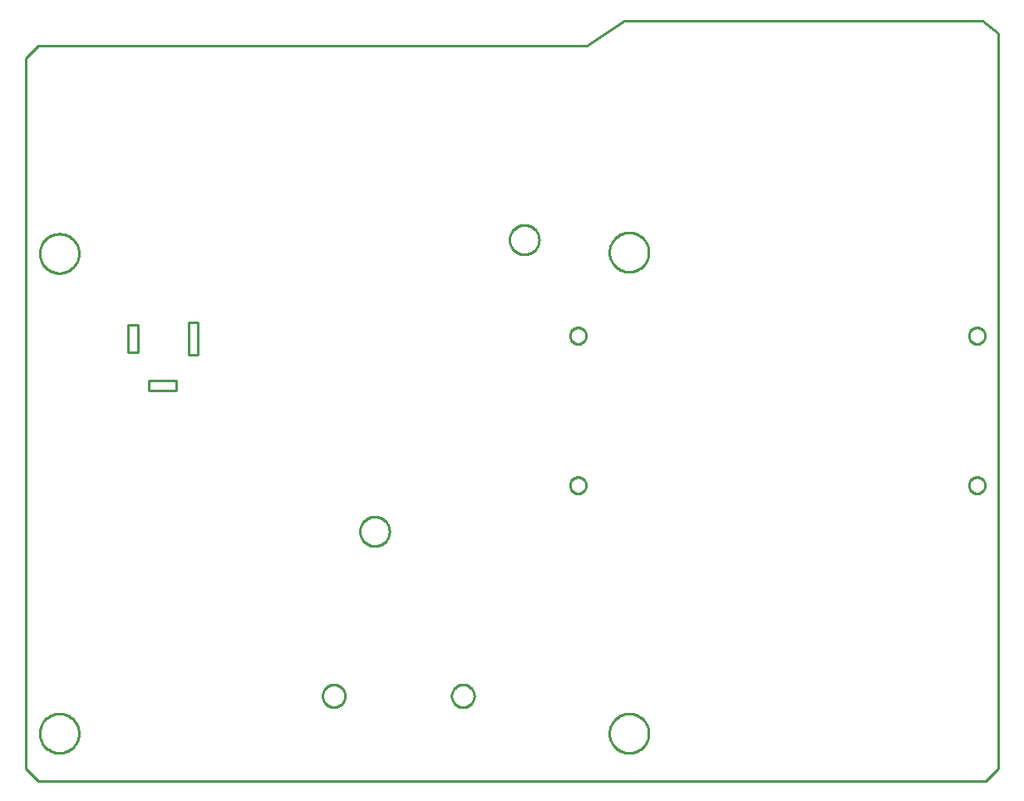
<source format=gbr>
G04 EAGLE Gerber X2 export*
%TF.Part,Single*%
%TF.FileFunction,Profile,NP*%
%TF.FilePolarity,Positive*%
%TF.GenerationSoftware,Autodesk,EAGLE,8.7.0*%
%TF.CreationDate,2018-11-07T22:53:50Z*%
G75*
%MOMM*%
%FSLAX34Y34*%
%LPD*%
%AMOC8*
5,1,8,0,0,1.08239X$1,22.5*%
G01*
%ADD10C,0.254000*%


D10*
X0Y12700D02*
X12700Y0D01*
X977900Y0D01*
X990600Y12700D01*
X990600Y520700D01*
X990700Y761900D01*
X974600Y774600D01*
X961390Y774700D01*
X609700Y774600D01*
X571400Y749200D01*
X12700Y749300D01*
X0Y736600D01*
X0Y12700D01*
X104700Y436850D02*
X114700Y436850D01*
X114700Y464850D01*
X104700Y464850D01*
X104700Y436850D01*
X165700Y434350D02*
X175700Y434350D01*
X175700Y467350D01*
X165700Y467350D01*
X165700Y434350D01*
X125700Y397850D02*
X153700Y397850D01*
X153700Y407850D01*
X125700Y407850D01*
X125700Y397850D01*
X54290Y47656D02*
X54217Y46449D01*
X54071Y45249D01*
X53853Y44060D01*
X53564Y42887D01*
X53205Y41733D01*
X52776Y40603D01*
X52280Y39501D01*
X51718Y38430D01*
X51093Y37396D01*
X50406Y36401D01*
X49661Y35450D01*
X48859Y34545D01*
X48005Y33691D01*
X47100Y32889D01*
X46149Y32144D01*
X45154Y31457D01*
X44120Y30832D01*
X43049Y30270D01*
X41947Y29774D01*
X40817Y29345D01*
X39663Y28986D01*
X38490Y28697D01*
X37301Y28479D01*
X36101Y28333D01*
X34894Y28260D01*
X33686Y28260D01*
X32479Y28333D01*
X31279Y28479D01*
X30090Y28697D01*
X28917Y28986D01*
X27763Y29345D01*
X26633Y29774D01*
X25531Y30270D01*
X24460Y30832D01*
X23426Y31457D01*
X22431Y32144D01*
X21480Y32889D01*
X20575Y33691D01*
X19721Y34545D01*
X18919Y35450D01*
X18174Y36401D01*
X17487Y37396D01*
X16862Y38430D01*
X16300Y39501D01*
X15804Y40603D01*
X15375Y41733D01*
X15016Y42887D01*
X14727Y44060D01*
X14509Y45249D01*
X14363Y46449D01*
X14290Y47656D01*
X14290Y48864D01*
X14363Y50071D01*
X14509Y51271D01*
X14727Y52460D01*
X15016Y53633D01*
X15375Y54787D01*
X15804Y55917D01*
X16300Y57019D01*
X16862Y58090D01*
X17487Y59124D01*
X18174Y60119D01*
X18919Y61070D01*
X19721Y61975D01*
X20575Y62829D01*
X21480Y63631D01*
X22431Y64376D01*
X23426Y65063D01*
X24460Y65688D01*
X25531Y66250D01*
X26633Y66746D01*
X27763Y67175D01*
X28917Y67534D01*
X30090Y67823D01*
X31279Y68041D01*
X32479Y68187D01*
X33686Y68260D01*
X34894Y68260D01*
X36101Y68187D01*
X37301Y68041D01*
X38490Y67823D01*
X39663Y67534D01*
X40817Y67175D01*
X41947Y66746D01*
X43049Y66250D01*
X44120Y65688D01*
X45154Y65063D01*
X46149Y64376D01*
X47100Y63631D01*
X48005Y62829D01*
X48859Y61975D01*
X49661Y61070D01*
X50406Y60119D01*
X51093Y59124D01*
X51718Y58090D01*
X52280Y57019D01*
X52776Y55917D01*
X53205Y54787D01*
X53564Y53633D01*
X53853Y52460D01*
X54071Y51271D01*
X54217Y50071D01*
X54290Y48864D01*
X54290Y47656D01*
X634680Y47656D02*
X634607Y46449D01*
X634461Y45249D01*
X634243Y44060D01*
X633954Y42887D01*
X633595Y41733D01*
X633166Y40603D01*
X632670Y39501D01*
X632108Y38430D01*
X631483Y37396D01*
X630796Y36401D01*
X630051Y35450D01*
X629249Y34545D01*
X628395Y33691D01*
X627490Y32889D01*
X626539Y32144D01*
X625544Y31457D01*
X624510Y30832D01*
X623439Y30270D01*
X622337Y29774D01*
X621207Y29345D01*
X620053Y28986D01*
X618880Y28697D01*
X617691Y28479D01*
X616491Y28333D01*
X615284Y28260D01*
X614076Y28260D01*
X612869Y28333D01*
X611669Y28479D01*
X610480Y28697D01*
X609307Y28986D01*
X608153Y29345D01*
X607023Y29774D01*
X605921Y30270D01*
X604850Y30832D01*
X603816Y31457D01*
X602821Y32144D01*
X601870Y32889D01*
X600965Y33691D01*
X600111Y34545D01*
X599309Y35450D01*
X598564Y36401D01*
X597877Y37396D01*
X597252Y38430D01*
X596690Y39501D01*
X596194Y40603D01*
X595765Y41733D01*
X595406Y42887D01*
X595117Y44060D01*
X594899Y45249D01*
X594753Y46449D01*
X594680Y47656D01*
X594680Y48864D01*
X594753Y50071D01*
X594899Y51271D01*
X595117Y52460D01*
X595406Y53633D01*
X595765Y54787D01*
X596194Y55917D01*
X596690Y57019D01*
X597252Y58090D01*
X597877Y59124D01*
X598564Y60119D01*
X599309Y61070D01*
X600111Y61975D01*
X600965Y62829D01*
X601870Y63631D01*
X602821Y64376D01*
X603816Y65063D01*
X604850Y65688D01*
X605921Y66250D01*
X607023Y66746D01*
X608153Y67175D01*
X609307Y67534D01*
X610480Y67823D01*
X611669Y68041D01*
X612869Y68187D01*
X614076Y68260D01*
X615284Y68260D01*
X616491Y68187D01*
X617691Y68041D01*
X618880Y67823D01*
X620053Y67534D01*
X621207Y67175D01*
X622337Y66746D01*
X623439Y66250D01*
X624510Y65688D01*
X625544Y65063D01*
X626539Y64376D01*
X627490Y63631D01*
X628395Y62829D01*
X629249Y61975D01*
X630051Y61070D01*
X630796Y60119D01*
X631483Y59124D01*
X632108Y58090D01*
X632670Y57019D01*
X633166Y55917D01*
X633595Y54787D01*
X633954Y53633D01*
X634243Y52460D01*
X634461Y51271D01*
X634607Y50071D01*
X634680Y48864D01*
X634680Y47656D01*
X54290Y536606D02*
X54217Y535399D01*
X54071Y534199D01*
X53853Y533010D01*
X53564Y531837D01*
X53205Y530683D01*
X52776Y529553D01*
X52280Y528451D01*
X51718Y527380D01*
X51093Y526346D01*
X50406Y525351D01*
X49661Y524400D01*
X48859Y523495D01*
X48005Y522641D01*
X47100Y521839D01*
X46149Y521094D01*
X45154Y520407D01*
X44120Y519782D01*
X43049Y519220D01*
X41947Y518724D01*
X40817Y518295D01*
X39663Y517936D01*
X38490Y517647D01*
X37301Y517429D01*
X36101Y517283D01*
X34894Y517210D01*
X33686Y517210D01*
X32479Y517283D01*
X31279Y517429D01*
X30090Y517647D01*
X28917Y517936D01*
X27763Y518295D01*
X26633Y518724D01*
X25531Y519220D01*
X24460Y519782D01*
X23426Y520407D01*
X22431Y521094D01*
X21480Y521839D01*
X20575Y522641D01*
X19721Y523495D01*
X18919Y524400D01*
X18174Y525351D01*
X17487Y526346D01*
X16862Y527380D01*
X16300Y528451D01*
X15804Y529553D01*
X15375Y530683D01*
X15016Y531837D01*
X14727Y533010D01*
X14509Y534199D01*
X14363Y535399D01*
X14290Y536606D01*
X14290Y537814D01*
X14363Y539021D01*
X14509Y540221D01*
X14727Y541410D01*
X15016Y542583D01*
X15375Y543737D01*
X15804Y544867D01*
X16300Y545969D01*
X16862Y547040D01*
X17487Y548074D01*
X18174Y549069D01*
X18919Y550020D01*
X19721Y550925D01*
X20575Y551779D01*
X21480Y552581D01*
X22431Y553326D01*
X23426Y554013D01*
X24460Y554638D01*
X25531Y555200D01*
X26633Y555696D01*
X27763Y556125D01*
X28917Y556484D01*
X30090Y556773D01*
X31279Y556991D01*
X32479Y557137D01*
X33686Y557210D01*
X34894Y557210D01*
X36101Y557137D01*
X37301Y556991D01*
X38490Y556773D01*
X39663Y556484D01*
X40817Y556125D01*
X41947Y555696D01*
X43049Y555200D01*
X44120Y554638D01*
X45154Y554013D01*
X46149Y553326D01*
X47100Y552581D01*
X48005Y551779D01*
X48859Y550925D01*
X49661Y550020D01*
X50406Y549069D01*
X51093Y548074D01*
X51718Y547040D01*
X52280Y545969D01*
X52776Y544867D01*
X53205Y543737D01*
X53564Y542583D01*
X53853Y541410D01*
X54071Y540221D01*
X54217Y539021D01*
X54290Y537814D01*
X54290Y536606D01*
X634680Y537876D02*
X634607Y536669D01*
X634461Y535469D01*
X634243Y534280D01*
X633954Y533107D01*
X633595Y531953D01*
X633166Y530823D01*
X632670Y529721D01*
X632108Y528650D01*
X631483Y527616D01*
X630796Y526621D01*
X630051Y525670D01*
X629249Y524765D01*
X628395Y523911D01*
X627490Y523109D01*
X626539Y522364D01*
X625544Y521677D01*
X624510Y521052D01*
X623439Y520490D01*
X622337Y519994D01*
X621207Y519565D01*
X620053Y519206D01*
X618880Y518917D01*
X617691Y518699D01*
X616491Y518553D01*
X615284Y518480D01*
X614076Y518480D01*
X612869Y518553D01*
X611669Y518699D01*
X610480Y518917D01*
X609307Y519206D01*
X608153Y519565D01*
X607023Y519994D01*
X605921Y520490D01*
X604850Y521052D01*
X603816Y521677D01*
X602821Y522364D01*
X601870Y523109D01*
X600965Y523911D01*
X600111Y524765D01*
X599309Y525670D01*
X598564Y526621D01*
X597877Y527616D01*
X597252Y528650D01*
X596690Y529721D01*
X596194Y530823D01*
X595765Y531953D01*
X595406Y533107D01*
X595117Y534280D01*
X594899Y535469D01*
X594753Y536669D01*
X594680Y537876D01*
X594680Y539084D01*
X594753Y540291D01*
X594899Y541491D01*
X595117Y542680D01*
X595406Y543853D01*
X595765Y545007D01*
X596194Y546137D01*
X596690Y547239D01*
X597252Y548310D01*
X597877Y549344D01*
X598564Y550339D01*
X599309Y551290D01*
X600111Y552195D01*
X600965Y553049D01*
X601870Y553851D01*
X602821Y554596D01*
X603816Y555283D01*
X604850Y555908D01*
X605921Y556470D01*
X607023Y556966D01*
X608153Y557395D01*
X609307Y557754D01*
X610480Y558043D01*
X611669Y558261D01*
X612869Y558407D01*
X614076Y558480D01*
X615284Y558480D01*
X616491Y558407D01*
X617691Y558261D01*
X618880Y558043D01*
X620053Y557754D01*
X621207Y557395D01*
X622337Y556966D01*
X623439Y556470D01*
X624510Y555908D01*
X625544Y555283D01*
X626539Y554596D01*
X627490Y553851D01*
X628395Y553049D01*
X629249Y552195D01*
X630051Y551290D01*
X630796Y550339D01*
X631483Y549344D01*
X632108Y548310D01*
X632670Y547239D01*
X633166Y546137D01*
X633595Y545007D01*
X633954Y543853D01*
X634243Y542680D01*
X634461Y541491D01*
X634607Y540291D01*
X634680Y539084D01*
X634680Y537876D01*
X54290Y47656D02*
X54217Y46449D01*
X54071Y45249D01*
X53853Y44060D01*
X53564Y42887D01*
X53205Y41733D01*
X52776Y40603D01*
X52280Y39501D01*
X51718Y38430D01*
X51093Y37396D01*
X50406Y36401D01*
X49661Y35450D01*
X48859Y34545D01*
X48005Y33691D01*
X47100Y32889D01*
X46149Y32144D01*
X45154Y31457D01*
X44120Y30832D01*
X43049Y30270D01*
X41947Y29774D01*
X40817Y29345D01*
X39663Y28986D01*
X38490Y28697D01*
X37301Y28479D01*
X36101Y28333D01*
X34894Y28260D01*
X33686Y28260D01*
X32479Y28333D01*
X31279Y28479D01*
X30090Y28697D01*
X28917Y28986D01*
X27763Y29345D01*
X26633Y29774D01*
X25531Y30270D01*
X24460Y30832D01*
X23426Y31457D01*
X22431Y32144D01*
X21480Y32889D01*
X20575Y33691D01*
X19721Y34545D01*
X18919Y35450D01*
X18174Y36401D01*
X17487Y37396D01*
X16862Y38430D01*
X16300Y39501D01*
X15804Y40603D01*
X15375Y41733D01*
X15016Y42887D01*
X14727Y44060D01*
X14509Y45249D01*
X14363Y46449D01*
X14290Y47656D01*
X14290Y48864D01*
X14363Y50071D01*
X14509Y51271D01*
X14727Y52460D01*
X15016Y53633D01*
X15375Y54787D01*
X15804Y55917D01*
X16300Y57019D01*
X16862Y58090D01*
X17487Y59124D01*
X18174Y60119D01*
X18919Y61070D01*
X19721Y61975D01*
X20575Y62829D01*
X21480Y63631D01*
X22431Y64376D01*
X23426Y65063D01*
X24460Y65688D01*
X25531Y66250D01*
X26633Y66746D01*
X27763Y67175D01*
X28917Y67534D01*
X30090Y67823D01*
X31279Y68041D01*
X32479Y68187D01*
X33686Y68260D01*
X34894Y68260D01*
X36101Y68187D01*
X37301Y68041D01*
X38490Y67823D01*
X39663Y67534D01*
X40817Y67175D01*
X41947Y66746D01*
X43049Y66250D01*
X44120Y65688D01*
X45154Y65063D01*
X46149Y64376D01*
X47100Y63631D01*
X48005Y62829D01*
X48859Y61975D01*
X49661Y61070D01*
X50406Y60119D01*
X51093Y59124D01*
X51718Y58090D01*
X52280Y57019D01*
X52776Y55917D01*
X53205Y54787D01*
X53564Y53633D01*
X53853Y52460D01*
X54071Y51271D01*
X54217Y50071D01*
X54290Y48864D01*
X54290Y47656D01*
X634680Y47656D02*
X634607Y46449D01*
X634461Y45249D01*
X634243Y44060D01*
X633954Y42887D01*
X633595Y41733D01*
X633166Y40603D01*
X632670Y39501D01*
X632108Y38430D01*
X631483Y37396D01*
X630796Y36401D01*
X630051Y35450D01*
X629249Y34545D01*
X628395Y33691D01*
X627490Y32889D01*
X626539Y32144D01*
X625544Y31457D01*
X624510Y30832D01*
X623439Y30270D01*
X622337Y29774D01*
X621207Y29345D01*
X620053Y28986D01*
X618880Y28697D01*
X617691Y28479D01*
X616491Y28333D01*
X615284Y28260D01*
X614076Y28260D01*
X612869Y28333D01*
X611669Y28479D01*
X610480Y28697D01*
X609307Y28986D01*
X608153Y29345D01*
X607023Y29774D01*
X605921Y30270D01*
X604850Y30832D01*
X603816Y31457D01*
X602821Y32144D01*
X601870Y32889D01*
X600965Y33691D01*
X600111Y34545D01*
X599309Y35450D01*
X598564Y36401D01*
X597877Y37396D01*
X597252Y38430D01*
X596690Y39501D01*
X596194Y40603D01*
X595765Y41733D01*
X595406Y42887D01*
X595117Y44060D01*
X594899Y45249D01*
X594753Y46449D01*
X594680Y47656D01*
X594680Y48864D01*
X594753Y50071D01*
X594899Y51271D01*
X595117Y52460D01*
X595406Y53633D01*
X595765Y54787D01*
X596194Y55917D01*
X596690Y57019D01*
X597252Y58090D01*
X597877Y59124D01*
X598564Y60119D01*
X599309Y61070D01*
X600111Y61975D01*
X600965Y62829D01*
X601870Y63631D01*
X602821Y64376D01*
X603816Y65063D01*
X604850Y65688D01*
X605921Y66250D01*
X607023Y66746D01*
X608153Y67175D01*
X609307Y67534D01*
X610480Y67823D01*
X611669Y68041D01*
X612869Y68187D01*
X614076Y68260D01*
X615284Y68260D01*
X616491Y68187D01*
X617691Y68041D01*
X618880Y67823D01*
X620053Y67534D01*
X621207Y67175D01*
X622337Y66746D01*
X623439Y66250D01*
X624510Y65688D01*
X625544Y65063D01*
X626539Y64376D01*
X627490Y63631D01*
X628395Y62829D01*
X629249Y61975D01*
X630051Y61070D01*
X630796Y60119D01*
X631483Y59124D01*
X632108Y58090D01*
X632670Y57019D01*
X633166Y55917D01*
X633595Y54787D01*
X633954Y53633D01*
X634243Y52460D01*
X634461Y51271D01*
X634607Y50071D01*
X634680Y48864D01*
X634680Y47656D01*
X54290Y536606D02*
X54217Y535399D01*
X54071Y534199D01*
X53853Y533010D01*
X53564Y531837D01*
X53205Y530683D01*
X52776Y529553D01*
X52280Y528451D01*
X51718Y527380D01*
X51093Y526346D01*
X50406Y525351D01*
X49661Y524400D01*
X48859Y523495D01*
X48005Y522641D01*
X47100Y521839D01*
X46149Y521094D01*
X45154Y520407D01*
X44120Y519782D01*
X43049Y519220D01*
X41947Y518724D01*
X40817Y518295D01*
X39663Y517936D01*
X38490Y517647D01*
X37301Y517429D01*
X36101Y517283D01*
X34894Y517210D01*
X33686Y517210D01*
X32479Y517283D01*
X31279Y517429D01*
X30090Y517647D01*
X28917Y517936D01*
X27763Y518295D01*
X26633Y518724D01*
X25531Y519220D01*
X24460Y519782D01*
X23426Y520407D01*
X22431Y521094D01*
X21480Y521839D01*
X20575Y522641D01*
X19721Y523495D01*
X18919Y524400D01*
X18174Y525351D01*
X17487Y526346D01*
X16862Y527380D01*
X16300Y528451D01*
X15804Y529553D01*
X15375Y530683D01*
X15016Y531837D01*
X14727Y533010D01*
X14509Y534199D01*
X14363Y535399D01*
X14290Y536606D01*
X14290Y537814D01*
X14363Y539021D01*
X14509Y540221D01*
X14727Y541410D01*
X15016Y542583D01*
X15375Y543737D01*
X15804Y544867D01*
X16300Y545969D01*
X16862Y547040D01*
X17487Y548074D01*
X18174Y549069D01*
X18919Y550020D01*
X19721Y550925D01*
X20575Y551779D01*
X21480Y552581D01*
X22431Y553326D01*
X23426Y554013D01*
X24460Y554638D01*
X25531Y555200D01*
X26633Y555696D01*
X27763Y556125D01*
X28917Y556484D01*
X30090Y556773D01*
X31279Y556991D01*
X32479Y557137D01*
X33686Y557210D01*
X34894Y557210D01*
X36101Y557137D01*
X37301Y556991D01*
X38490Y556773D01*
X39663Y556484D01*
X40817Y556125D01*
X41947Y555696D01*
X43049Y555200D01*
X44120Y554638D01*
X45154Y554013D01*
X46149Y553326D01*
X47100Y552581D01*
X48005Y551779D01*
X48859Y550925D01*
X49661Y550020D01*
X50406Y549069D01*
X51093Y548074D01*
X51718Y547040D01*
X52280Y545969D01*
X52776Y544867D01*
X53205Y543737D01*
X53564Y542583D01*
X53853Y541410D01*
X54071Y540221D01*
X54217Y539021D01*
X54290Y537814D01*
X54290Y536606D01*
X634680Y537876D02*
X634607Y536669D01*
X634461Y535469D01*
X634243Y534280D01*
X633954Y533107D01*
X633595Y531953D01*
X633166Y530823D01*
X632670Y529721D01*
X632108Y528650D01*
X631483Y527616D01*
X630796Y526621D01*
X630051Y525670D01*
X629249Y524765D01*
X628395Y523911D01*
X627490Y523109D01*
X626539Y522364D01*
X625544Y521677D01*
X624510Y521052D01*
X623439Y520490D01*
X622337Y519994D01*
X621207Y519565D01*
X620053Y519206D01*
X618880Y518917D01*
X617691Y518699D01*
X616491Y518553D01*
X615284Y518480D01*
X614076Y518480D01*
X612869Y518553D01*
X611669Y518699D01*
X610480Y518917D01*
X609307Y519206D01*
X608153Y519565D01*
X607023Y519994D01*
X605921Y520490D01*
X604850Y521052D01*
X603816Y521677D01*
X602821Y522364D01*
X601870Y523109D01*
X600965Y523911D01*
X600111Y524765D01*
X599309Y525670D01*
X598564Y526621D01*
X597877Y527616D01*
X597252Y528650D01*
X596690Y529721D01*
X596194Y530823D01*
X595765Y531953D01*
X595406Y533107D01*
X595117Y534280D01*
X594899Y535469D01*
X594753Y536669D01*
X594680Y537876D01*
X594680Y539084D01*
X594753Y540291D01*
X594899Y541491D01*
X595117Y542680D01*
X595406Y543853D01*
X595765Y545007D01*
X596194Y546137D01*
X596690Y547239D01*
X597252Y548310D01*
X597877Y549344D01*
X598564Y550339D01*
X599309Y551290D01*
X600111Y552195D01*
X600965Y553049D01*
X601870Y553851D01*
X602821Y554596D01*
X603816Y555283D01*
X604850Y555908D01*
X605921Y556470D01*
X607023Y556966D01*
X608153Y557395D01*
X609307Y557754D01*
X610480Y558043D01*
X611669Y558261D01*
X612869Y558407D01*
X614076Y558480D01*
X615284Y558480D01*
X616491Y558407D01*
X617691Y558261D01*
X618880Y558043D01*
X620053Y557754D01*
X621207Y557395D01*
X622337Y556966D01*
X623439Y556470D01*
X624510Y555908D01*
X625544Y555283D01*
X626539Y554596D01*
X627490Y553851D01*
X628395Y553049D01*
X629249Y552195D01*
X630051Y551290D01*
X630796Y550339D01*
X631483Y549344D01*
X632108Y548310D01*
X632670Y547239D01*
X633166Y546137D01*
X633595Y545007D01*
X633954Y543853D01*
X634243Y542680D01*
X634461Y541491D01*
X634607Y540291D01*
X634680Y539084D01*
X634680Y537876D01*
X960755Y301396D02*
X960835Y302203D01*
X960993Y302998D01*
X961228Y303774D01*
X961539Y304524D01*
X961921Y305239D01*
X962372Y305913D01*
X962886Y306540D01*
X963460Y307114D01*
X964087Y307628D01*
X964761Y308079D01*
X965476Y308461D01*
X966226Y308772D01*
X967002Y309007D01*
X967797Y309166D01*
X968604Y309245D01*
X969416Y309245D01*
X970223Y309166D01*
X971018Y309007D01*
X971794Y308772D01*
X972544Y308461D01*
X973259Y308079D01*
X973933Y307628D01*
X974560Y307114D01*
X975134Y306540D01*
X975648Y305913D01*
X976099Y305239D01*
X976481Y304524D01*
X976792Y303774D01*
X977027Y302998D01*
X977186Y302203D01*
X977265Y301396D01*
X977265Y300584D01*
X977186Y299777D01*
X977027Y298982D01*
X976792Y298206D01*
X976481Y297456D01*
X976099Y296741D01*
X975648Y296067D01*
X975134Y295440D01*
X974560Y294866D01*
X973933Y294352D01*
X973259Y293901D01*
X972544Y293519D01*
X971794Y293208D01*
X971018Y292973D01*
X970223Y292815D01*
X969416Y292735D01*
X968604Y292735D01*
X967797Y292815D01*
X967002Y292973D01*
X966226Y293208D01*
X965476Y293519D01*
X964761Y293901D01*
X964087Y294352D01*
X963460Y294866D01*
X962886Y295440D01*
X962372Y296067D01*
X961921Y296741D01*
X961539Y297456D01*
X961228Y298206D01*
X960993Y298982D01*
X960835Y299777D01*
X960755Y300584D01*
X960755Y301396D01*
X960755Y453796D02*
X960835Y454603D01*
X960993Y455398D01*
X961228Y456174D01*
X961539Y456924D01*
X961921Y457639D01*
X962372Y458313D01*
X962886Y458940D01*
X963460Y459514D01*
X964087Y460028D01*
X964761Y460479D01*
X965476Y460861D01*
X966226Y461172D01*
X967002Y461407D01*
X967797Y461566D01*
X968604Y461645D01*
X969416Y461645D01*
X970223Y461566D01*
X971018Y461407D01*
X971794Y461172D01*
X972544Y460861D01*
X973259Y460479D01*
X973933Y460028D01*
X974560Y459514D01*
X975134Y458940D01*
X975648Y458313D01*
X976099Y457639D01*
X976481Y456924D01*
X976792Y456174D01*
X977027Y455398D01*
X977186Y454603D01*
X977265Y453796D01*
X977265Y452984D01*
X977186Y452177D01*
X977027Y451382D01*
X976792Y450606D01*
X976481Y449856D01*
X976099Y449141D01*
X975648Y448467D01*
X975134Y447840D01*
X974560Y447266D01*
X973933Y446752D01*
X973259Y446301D01*
X972544Y445919D01*
X971794Y445608D01*
X971018Y445373D01*
X970223Y445215D01*
X969416Y445135D01*
X968604Y445135D01*
X967797Y445215D01*
X967002Y445373D01*
X966226Y445608D01*
X965476Y445919D01*
X964761Y446301D01*
X964087Y446752D01*
X963460Y447266D01*
X962886Y447840D01*
X962372Y448467D01*
X961921Y449141D01*
X961539Y449856D01*
X961228Y450606D01*
X960993Y451382D01*
X960835Y452177D01*
X960755Y452984D01*
X960755Y453796D01*
X554355Y453796D02*
X554435Y454603D01*
X554593Y455398D01*
X554828Y456174D01*
X555139Y456924D01*
X555521Y457639D01*
X555972Y458313D01*
X556486Y458940D01*
X557060Y459514D01*
X557687Y460028D01*
X558361Y460479D01*
X559076Y460861D01*
X559826Y461172D01*
X560602Y461407D01*
X561397Y461566D01*
X562204Y461645D01*
X563016Y461645D01*
X563823Y461566D01*
X564618Y461407D01*
X565394Y461172D01*
X566144Y460861D01*
X566859Y460479D01*
X567533Y460028D01*
X568160Y459514D01*
X568734Y458940D01*
X569248Y458313D01*
X569699Y457639D01*
X570081Y456924D01*
X570392Y456174D01*
X570627Y455398D01*
X570786Y454603D01*
X570865Y453796D01*
X570865Y452984D01*
X570786Y452177D01*
X570627Y451382D01*
X570392Y450606D01*
X570081Y449856D01*
X569699Y449141D01*
X569248Y448467D01*
X568734Y447840D01*
X568160Y447266D01*
X567533Y446752D01*
X566859Y446301D01*
X566144Y445919D01*
X565394Y445608D01*
X564618Y445373D01*
X563823Y445215D01*
X563016Y445135D01*
X562204Y445135D01*
X561397Y445215D01*
X560602Y445373D01*
X559826Y445608D01*
X559076Y445919D01*
X558361Y446301D01*
X557687Y446752D01*
X557060Y447266D01*
X556486Y447840D01*
X555972Y448467D01*
X555521Y449141D01*
X555139Y449856D01*
X554828Y450606D01*
X554593Y451382D01*
X554435Y452177D01*
X554355Y452984D01*
X554355Y453796D01*
X554355Y301396D02*
X554435Y302203D01*
X554593Y302998D01*
X554828Y303774D01*
X555139Y304524D01*
X555521Y305239D01*
X555972Y305913D01*
X556486Y306540D01*
X557060Y307114D01*
X557687Y307628D01*
X558361Y308079D01*
X559076Y308461D01*
X559826Y308772D01*
X560602Y309007D01*
X561397Y309166D01*
X562204Y309245D01*
X563016Y309245D01*
X563823Y309166D01*
X564618Y309007D01*
X565394Y308772D01*
X566144Y308461D01*
X566859Y308079D01*
X567533Y307628D01*
X568160Y307114D01*
X568734Y306540D01*
X569248Y305913D01*
X569699Y305239D01*
X570081Y304524D01*
X570392Y303774D01*
X570627Y302998D01*
X570786Y302203D01*
X570865Y301396D01*
X570865Y300584D01*
X570786Y299777D01*
X570627Y298982D01*
X570392Y298206D01*
X570081Y297456D01*
X569699Y296741D01*
X569248Y296067D01*
X568734Y295440D01*
X568160Y294866D01*
X567533Y294352D01*
X566859Y293901D01*
X566144Y293519D01*
X565394Y293208D01*
X564618Y292973D01*
X563823Y292815D01*
X563016Y292735D01*
X562204Y292735D01*
X561397Y292815D01*
X560602Y292973D01*
X559826Y293208D01*
X559076Y293519D01*
X558361Y293901D01*
X557687Y294352D01*
X557060Y294866D01*
X556486Y295440D01*
X555972Y296067D01*
X555521Y296741D01*
X555139Y297456D01*
X554828Y298206D01*
X554593Y298982D01*
X554435Y299777D01*
X554355Y300584D01*
X554355Y301396D01*
X507464Y536180D02*
X506396Y536256D01*
X505335Y536409D01*
X504288Y536637D01*
X503260Y536939D01*
X502256Y537313D01*
X501281Y537758D01*
X500341Y538272D01*
X499440Y538851D01*
X498582Y539493D01*
X497772Y540195D01*
X497015Y540952D01*
X496313Y541762D01*
X495671Y542620D01*
X495092Y543521D01*
X494578Y544461D01*
X494133Y545436D01*
X493759Y546440D01*
X493457Y547468D01*
X493229Y548515D01*
X493076Y549576D01*
X493000Y550644D01*
X493000Y551716D01*
X493076Y552784D01*
X493229Y553845D01*
X493457Y554892D01*
X493759Y555920D01*
X494133Y556924D01*
X494578Y557899D01*
X495092Y558839D01*
X495671Y559740D01*
X496313Y560598D01*
X497015Y561408D01*
X497772Y562165D01*
X498582Y562867D01*
X499440Y563509D01*
X500341Y564088D01*
X501281Y564602D01*
X502256Y565047D01*
X503260Y565421D01*
X504288Y565723D01*
X505335Y565951D01*
X506396Y566104D01*
X507464Y566180D01*
X508536Y566180D01*
X509604Y566104D01*
X510665Y565951D01*
X511712Y565723D01*
X512740Y565421D01*
X513744Y565047D01*
X514719Y564602D01*
X515659Y564088D01*
X516560Y563509D01*
X517418Y562867D01*
X518228Y562165D01*
X518985Y561408D01*
X519687Y560598D01*
X520329Y559740D01*
X520908Y558839D01*
X521422Y557899D01*
X521867Y556924D01*
X522241Y555920D01*
X522543Y554892D01*
X522771Y553845D01*
X522924Y552784D01*
X523000Y551716D01*
X523000Y550644D01*
X522924Y549576D01*
X522771Y548515D01*
X522543Y547468D01*
X522241Y546440D01*
X521867Y545436D01*
X521422Y544461D01*
X520908Y543521D01*
X520329Y542620D01*
X519687Y541762D01*
X518985Y540952D01*
X518228Y540195D01*
X517418Y539493D01*
X516560Y538851D01*
X515659Y538272D01*
X514719Y537758D01*
X513744Y537313D01*
X512740Y536939D01*
X511712Y536637D01*
X510665Y536409D01*
X509604Y536256D01*
X508536Y536180D01*
X507464Y536180D01*
X355064Y239000D02*
X353996Y239076D01*
X352935Y239229D01*
X351888Y239457D01*
X350860Y239759D01*
X349856Y240133D01*
X348881Y240578D01*
X347941Y241092D01*
X347040Y241671D01*
X346182Y242313D01*
X345372Y243015D01*
X344615Y243772D01*
X343913Y244582D01*
X343271Y245440D01*
X342692Y246341D01*
X342178Y247281D01*
X341733Y248256D01*
X341359Y249260D01*
X341057Y250288D01*
X340829Y251335D01*
X340676Y252396D01*
X340600Y253464D01*
X340600Y254536D01*
X340676Y255604D01*
X340829Y256665D01*
X341057Y257712D01*
X341359Y258740D01*
X341733Y259744D01*
X342178Y260719D01*
X342692Y261659D01*
X343271Y262560D01*
X343913Y263418D01*
X344615Y264228D01*
X345372Y264985D01*
X346182Y265687D01*
X347040Y266329D01*
X347941Y266908D01*
X348881Y267422D01*
X349856Y267867D01*
X350860Y268241D01*
X351888Y268543D01*
X352935Y268771D01*
X353996Y268924D01*
X355064Y269000D01*
X356136Y269000D01*
X357204Y268924D01*
X358265Y268771D01*
X359312Y268543D01*
X360340Y268241D01*
X361344Y267867D01*
X362319Y267422D01*
X363259Y266908D01*
X364160Y266329D01*
X365018Y265687D01*
X365828Y264985D01*
X366585Y264228D01*
X367287Y263418D01*
X367929Y262560D01*
X368508Y261659D01*
X369022Y260719D01*
X369467Y259744D01*
X369841Y258740D01*
X370143Y257712D01*
X370371Y256665D01*
X370524Y255604D01*
X370600Y254536D01*
X370600Y253464D01*
X370524Y252396D01*
X370371Y251335D01*
X370143Y250288D01*
X369841Y249260D01*
X369467Y248256D01*
X369022Y247281D01*
X368508Y246341D01*
X367929Y245440D01*
X367287Y244582D01*
X366585Y243772D01*
X365828Y243015D01*
X365018Y242313D01*
X364160Y241671D01*
X363259Y241092D01*
X362319Y240578D01*
X361344Y240133D01*
X360340Y239759D01*
X359312Y239457D01*
X358265Y239229D01*
X357204Y239076D01*
X356136Y239000D01*
X355064Y239000D01*
X325530Y85908D02*
X325459Y85007D01*
X325318Y84115D01*
X325107Y83236D01*
X324828Y82377D01*
X324482Y81542D01*
X324071Y80737D01*
X323599Y79966D01*
X323068Y79235D01*
X322481Y78548D01*
X321842Y77909D01*
X321155Y77322D01*
X320424Y76791D01*
X319653Y76319D01*
X318848Y75908D01*
X318013Y75562D01*
X317154Y75283D01*
X316275Y75072D01*
X315383Y74931D01*
X314482Y74860D01*
X313578Y74860D01*
X312677Y74931D01*
X311785Y75072D01*
X310906Y75283D01*
X310047Y75562D01*
X309212Y75908D01*
X308407Y76319D01*
X307636Y76791D01*
X306905Y77322D01*
X306218Y77909D01*
X305579Y78548D01*
X304992Y79235D01*
X304461Y79966D01*
X303989Y80737D01*
X303578Y81542D01*
X303232Y82377D01*
X302953Y83236D01*
X302742Y84115D01*
X302601Y85007D01*
X302530Y85908D01*
X302530Y86812D01*
X302601Y87713D01*
X302742Y88605D01*
X302953Y89484D01*
X303232Y90343D01*
X303578Y91178D01*
X303989Y91983D01*
X304461Y92754D01*
X304992Y93485D01*
X305579Y94172D01*
X306218Y94811D01*
X306905Y95398D01*
X307636Y95929D01*
X308407Y96401D01*
X309212Y96812D01*
X310047Y97158D01*
X310906Y97437D01*
X311785Y97648D01*
X312677Y97789D01*
X313578Y97860D01*
X314482Y97860D01*
X315383Y97789D01*
X316275Y97648D01*
X317154Y97437D01*
X318013Y97158D01*
X318848Y96812D01*
X319653Y96401D01*
X320424Y95929D01*
X321155Y95398D01*
X321842Y94811D01*
X322481Y94172D01*
X323068Y93485D01*
X323599Y92754D01*
X324071Y91983D01*
X324482Y91178D01*
X324828Y90343D01*
X325107Y89484D01*
X325318Y88605D01*
X325459Y87713D01*
X325530Y86812D01*
X325530Y85908D01*
X456930Y85908D02*
X456859Y85007D01*
X456718Y84115D01*
X456507Y83236D01*
X456228Y82377D01*
X455882Y81542D01*
X455471Y80737D01*
X454999Y79966D01*
X454468Y79235D01*
X453881Y78548D01*
X453242Y77909D01*
X452555Y77322D01*
X451824Y76791D01*
X451053Y76319D01*
X450248Y75908D01*
X449413Y75562D01*
X448554Y75283D01*
X447675Y75072D01*
X446783Y74931D01*
X445882Y74860D01*
X444978Y74860D01*
X444077Y74931D01*
X443185Y75072D01*
X442306Y75283D01*
X441447Y75562D01*
X440612Y75908D01*
X439807Y76319D01*
X439036Y76791D01*
X438305Y77322D01*
X437618Y77909D01*
X436979Y78548D01*
X436392Y79235D01*
X435861Y79966D01*
X435389Y80737D01*
X434978Y81542D01*
X434632Y82377D01*
X434353Y83236D01*
X434142Y84115D01*
X434001Y85007D01*
X433930Y85908D01*
X433930Y86812D01*
X434001Y87713D01*
X434142Y88605D01*
X434353Y89484D01*
X434632Y90343D01*
X434978Y91178D01*
X435389Y91983D01*
X435861Y92754D01*
X436392Y93485D01*
X436979Y94172D01*
X437618Y94811D01*
X438305Y95398D01*
X439036Y95929D01*
X439807Y96401D01*
X440612Y96812D01*
X441447Y97158D01*
X442306Y97437D01*
X443185Y97648D01*
X444077Y97789D01*
X444978Y97860D01*
X445882Y97860D01*
X446783Y97789D01*
X447675Y97648D01*
X448554Y97437D01*
X449413Y97158D01*
X450248Y96812D01*
X451053Y96401D01*
X451824Y95929D01*
X452555Y95398D01*
X453242Y94811D01*
X453881Y94172D01*
X454468Y93485D01*
X454999Y92754D01*
X455471Y91983D01*
X455882Y91178D01*
X456228Y90343D01*
X456507Y89484D01*
X456718Y88605D01*
X456859Y87713D01*
X456930Y86812D01*
X456930Y85908D01*
M02*

</source>
